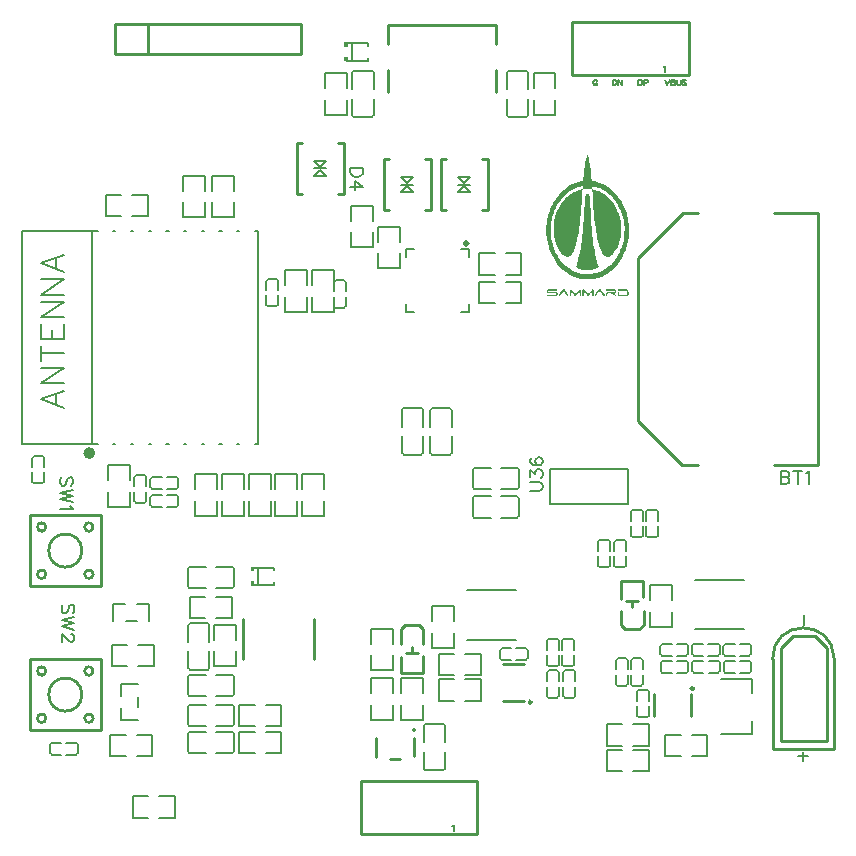
<source format=gto>
G04 Layer: TopSilkscreenLayer*
G04 EasyEDA v6.5.51, 2025-09-17 03:24:35*
G04 4f8a5b0b326d43f2b3a6dc604e954ae0,d57bd40a603b42be9e37e0d49851eb9c,10*
G04 Gerber Generator version 0.2*
G04 Scale: 100 percent, Rotated: No, Reflected: No *
G04 Dimensions in millimeters *
G04 leading zeros omitted , absolute positions ,4 integer and 5 decimal *
%FSLAX45Y45*%
%MOMM*%

%ADD10C,0.2032*%
%ADD11C,0.1524*%
%ADD12C,0.2540*%
%ADD13C,0.1520*%
%ADD14C,0.1270*%
%ADD15C,0.2000*%
%ADD16C,0.0144*%
%ADD17C,0.3000*%
%ADD18C,0.5000*%

%LPD*%
G36*
X4852111Y-1167028D02*
G01*
X4850688Y-1169771D01*
X4848047Y-1176375D01*
X4844897Y-1185926D01*
X4838496Y-1209954D01*
X4833975Y-1233068D01*
X4830216Y-1255268D01*
X4823815Y-1303020D01*
X4819853Y-1340256D01*
X4815890Y-1387043D01*
X4815230Y-1390802D01*
X4802530Y-1392732D01*
X4790490Y-1395171D01*
X4777943Y-1398219D01*
X4769916Y-1400505D01*
X4754981Y-1405331D01*
X4744313Y-1409344D01*
X4729784Y-1415440D01*
X4719218Y-1420469D01*
X4705654Y-1427734D01*
X4692142Y-1435811D01*
X4684064Y-1440942D01*
X4669536Y-1451152D01*
X4651451Y-1465529D01*
X4640427Y-1475435D01*
X4628540Y-1486916D01*
X4610303Y-1506677D01*
X4596739Y-1523339D01*
X4583328Y-1541729D01*
X4574641Y-1555140D01*
X4563465Y-1573733D01*
X4557115Y-1585671D01*
X4546244Y-1607870D01*
X4535982Y-1632559D01*
X4531817Y-1643989D01*
X4527600Y-1656588D01*
X4524654Y-1666189D01*
X4519320Y-1685391D01*
X4516221Y-1698040D01*
X4511751Y-1721104D01*
X4509668Y-1734159D01*
X4506874Y-1756562D01*
X4505604Y-1771853D01*
X4504486Y-1789836D01*
X4504486Y-1808480D01*
X4541824Y-1808480D01*
X4542282Y-1784451D01*
X4544314Y-1759254D01*
X4546803Y-1740204D01*
X4549444Y-1724406D01*
X4555693Y-1696212D01*
X4561230Y-1677009D01*
X4566869Y-1660194D01*
X4570577Y-1649984D01*
X4578908Y-1630172D01*
X4585411Y-1616405D01*
X4597603Y-1593545D01*
X4605782Y-1580337D01*
X4615434Y-1565960D01*
X4626457Y-1550924D01*
X4645964Y-1528114D01*
X4662982Y-1511300D01*
X4672533Y-1502765D01*
X4690110Y-1488694D01*
X4706620Y-1477314D01*
X4725263Y-1466291D01*
X4735779Y-1460855D01*
X4742789Y-1457604D01*
X4756302Y-1451965D01*
X4771440Y-1446326D01*
X4785715Y-1442059D01*
X4807559Y-1437132D01*
X4812487Y-1436420D01*
X4811826Y-1445869D01*
X4811217Y-1461516D01*
X4810201Y-1462989D01*
X4807610Y-1462989D01*
X4793742Y-1465986D01*
X4783734Y-1468424D01*
X4772914Y-1471472D01*
X4762398Y-1475181D01*
X4752340Y-1479143D01*
X4744313Y-1482648D01*
X4731258Y-1489100D01*
X4711700Y-1500784D01*
X4700168Y-1508861D01*
X4686604Y-1519580D01*
X4675530Y-1529537D01*
X4666030Y-1538935D01*
X4661509Y-1543710D01*
X4640884Y-1568348D01*
X4636820Y-1573733D01*
X4627168Y-1587804D01*
X4618736Y-1601368D01*
X4608677Y-1619402D01*
X4602429Y-1632000D01*
X4595977Y-1645767D01*
X4589068Y-1662582D01*
X4585055Y-1673402D01*
X4579467Y-1690217D01*
X4575505Y-1705203D01*
X4573371Y-1718106D01*
X4571441Y-1731619D01*
X4569409Y-1749043D01*
X4568393Y-1761032D01*
X4567377Y-1776679D01*
X4566970Y-1800047D01*
X4567834Y-1827072D01*
X4568901Y-1839671D01*
X4570323Y-1852015D01*
X4572914Y-1869084D01*
X4574895Y-1879295D01*
X4578350Y-1894179D01*
X4580839Y-1903323D01*
X4583836Y-1912924D01*
X4587036Y-1922170D01*
X4594656Y-1941118D01*
X4601514Y-1955292D01*
X4608728Y-1968144D01*
X4614113Y-1976577D01*
X4622495Y-1988566D01*
X4631893Y-2000046D01*
X4637887Y-2006600D01*
X4649470Y-2017471D01*
X4661509Y-2027174D01*
X4667504Y-2030628D01*
X4675682Y-2033270D01*
X4686096Y-2033270D01*
X4692599Y-2031593D01*
X4697628Y-2029561D01*
X4704740Y-2025497D01*
X4713224Y-2018334D01*
X4722063Y-2007768D01*
X4729226Y-1996389D01*
X4736033Y-1982876D01*
X4744720Y-1961235D01*
X4752695Y-1936953D01*
X4758740Y-1915312D01*
X4761738Y-1903323D01*
X4767173Y-1878838D01*
X4772253Y-1853488D01*
X4777181Y-1825904D01*
X4782769Y-1790446D01*
X4787747Y-1753819D01*
X4792268Y-1716786D01*
X4796739Y-1674012D01*
X4801819Y-1617573D01*
X4804816Y-1578559D01*
X4807305Y-1540713D01*
X4809845Y-1495704D01*
X4810760Y-1474724D01*
X4811471Y-1462989D01*
X4893513Y-1462989D01*
X4895646Y-1507439D01*
X4898694Y-1558137D01*
X4902708Y-1613357D01*
X4907178Y-1663801D01*
X4911699Y-1708200D01*
X4916779Y-1751431D01*
X4921859Y-1788668D01*
X4926888Y-1821078D01*
X4930749Y-1843278D01*
X4936337Y-1872386D01*
X4943906Y-1906320D01*
X4946954Y-1918309D01*
X4951933Y-1936343D01*
X4958080Y-1955546D01*
X4964988Y-1973529D01*
X4973015Y-1991410D01*
X4979720Y-2002942D01*
X4987747Y-2014220D01*
X4994808Y-2021078D01*
X5000955Y-2026005D01*
X5006848Y-2029409D01*
X5013909Y-2032000D01*
X5018024Y-2033270D01*
X5028946Y-2033219D01*
X5034483Y-2031593D01*
X5039461Y-2029561D01*
X5043525Y-2027123D01*
X5057749Y-2015439D01*
X5066588Y-2007209D01*
X5080508Y-1990953D01*
X5089245Y-1978964D01*
X5099812Y-1961845D01*
X5107584Y-1946757D01*
X5109667Y-1942338D01*
X5115915Y-1927352D01*
X5117947Y-1921916D01*
X5123129Y-1906422D01*
X5127040Y-1891893D01*
X5130088Y-1878685D01*
X5132578Y-1865477D01*
X5134660Y-1851406D01*
X5137200Y-1825904D01*
X5137708Y-1779676D01*
X5136591Y-1762252D01*
X5135575Y-1750263D01*
X5133136Y-1729536D01*
X5129530Y-1705813D01*
X5125516Y-1690827D01*
X5122062Y-1680006D01*
X5119573Y-1673098D01*
X5119573Y-1672488D01*
X5117439Y-1666798D01*
X5107025Y-1641602D01*
X5101539Y-1629968D01*
X5095290Y-1617573D01*
X5089296Y-1606753D01*
X5077155Y-1586992D01*
X5067147Y-1572564D01*
X5062626Y-1566570D01*
X5044998Y-1545437D01*
X5036972Y-1536954D01*
X5025847Y-1526336D01*
X5013147Y-1515414D01*
X5005832Y-1509826D01*
X4990439Y-1499006D01*
X4976723Y-1490827D01*
X4962194Y-1483461D01*
X4954879Y-1480159D01*
X4945634Y-1476349D01*
X4935575Y-1472742D01*
X4928057Y-1470355D01*
X4911750Y-1466088D01*
X4901946Y-1464106D01*
X4897729Y-1462989D01*
X4894783Y-1462989D01*
X4893767Y-1461516D01*
X4892548Y-1435862D01*
X4899456Y-1436674D01*
X4911496Y-1439113D01*
X4914392Y-1440180D01*
X4916932Y-1440180D01*
X4920030Y-1441297D01*
X4933086Y-1444904D01*
X4944618Y-1448765D01*
X4960772Y-1455115D01*
X4974742Y-1461668D01*
X4983784Y-1466291D01*
X5002377Y-1477314D01*
X5018887Y-1488694D01*
X5036464Y-1502765D01*
X5047538Y-1512722D01*
X5057038Y-1522018D01*
X5069586Y-1535531D01*
X5086197Y-1555750D01*
X5095240Y-1568348D01*
X5103266Y-1580337D01*
X5111394Y-1593545D01*
X5123586Y-1616405D01*
X5130088Y-1630172D01*
X5138420Y-1649984D01*
X5144668Y-1667408D01*
X5147767Y-1677009D01*
X5153304Y-1696212D01*
X5159552Y-1724406D01*
X5162194Y-1740204D01*
X5164683Y-1759254D01*
X5166715Y-1784451D01*
X5167172Y-1809089D01*
X5166258Y-1836064D01*
X5165242Y-1848713D01*
X5163312Y-1866087D01*
X5161737Y-1876298D01*
X5158232Y-1896110D01*
X5154320Y-1913534D01*
X5150256Y-1928520D01*
X5147056Y-1938731D01*
X5146548Y-1941474D01*
X5145633Y-1942084D01*
X5145633Y-1943862D01*
X5141620Y-1954631D01*
X5141620Y-1955190D01*
X5139029Y-1962150D01*
X5131104Y-1981352D01*
X5126990Y-1990343D01*
X5120030Y-2004415D01*
X5107381Y-2026970D01*
X5106720Y-2027580D01*
X5104282Y-2031796D01*
X5094274Y-2046782D01*
X5085537Y-2058873D01*
X5073142Y-2074265D01*
X5058054Y-2090674D01*
X5048504Y-2100122D01*
X5034635Y-2112568D01*
X5021224Y-2123287D01*
X5008372Y-2132380D01*
X4999329Y-2138324D01*
X4985867Y-2146249D01*
X4979466Y-2149754D01*
X4979009Y-2149754D01*
X4973726Y-2152650D01*
X4960162Y-2158796D01*
X4944110Y-2165146D01*
X4937099Y-2167636D01*
X4919522Y-2172614D01*
X4909972Y-2174900D01*
X4889398Y-2178507D01*
X4877866Y-2179726D01*
X4862271Y-2180945D01*
X4846726Y-2180945D01*
X4831181Y-2179726D01*
X4819599Y-2178507D01*
X4802022Y-2175510D01*
X4789525Y-2172614D01*
X4771948Y-2167636D01*
X4764887Y-2165146D01*
X4748834Y-2158796D01*
X4740808Y-2155291D01*
X4729988Y-2149754D01*
X4729530Y-2149754D01*
X4723130Y-2146249D01*
X4709668Y-2138324D01*
X4698136Y-2130704D01*
X4687773Y-2123287D01*
X4674362Y-2112568D01*
X4660493Y-2100122D01*
X4649216Y-2088794D01*
X4635855Y-2074265D01*
X4623511Y-2058873D01*
X4614722Y-2046782D01*
X4606645Y-2034793D01*
X4599940Y-2024075D01*
X4587646Y-2001774D01*
X4582058Y-1990343D01*
X4577943Y-1981352D01*
X4567377Y-1955190D01*
X4567377Y-1954631D01*
X4563364Y-1943862D01*
X4563364Y-1942084D01*
X4562449Y-1941474D01*
X4561941Y-1938731D01*
X4558792Y-1928520D01*
X4554270Y-1911553D01*
X4550257Y-1893112D01*
X4547666Y-1879295D01*
X4545736Y-1866087D01*
X4543755Y-1848713D01*
X4542790Y-1836064D01*
X4541824Y-1808480D01*
X4504486Y-1808480D01*
X4504486Y-1824075D01*
X4505553Y-1842109D01*
X4507585Y-1863699D01*
X4508601Y-1872081D01*
X4511548Y-1891334D01*
X4514646Y-1907793D01*
X4517745Y-1921916D01*
X4523638Y-1944217D01*
X4529785Y-1963928D01*
X4535830Y-1980742D01*
X4545787Y-2004771D01*
X4551172Y-2016150D01*
X4557471Y-2028799D01*
X4567834Y-2047493D01*
X4576673Y-2061768D01*
X4585106Y-2074367D01*
X4597755Y-2091791D01*
X4615789Y-2113432D01*
X4630420Y-2128723D01*
X4644440Y-2141982D01*
X4660239Y-2155444D01*
X4671009Y-2163622D01*
X4684064Y-2172766D01*
X4692142Y-2177948D01*
X4705146Y-2185619D01*
X4714036Y-2190546D01*
X4714443Y-2190546D01*
X4719726Y-2193442D01*
X4727752Y-2197303D01*
X4741316Y-2203145D01*
X4751832Y-2207260D01*
X4761890Y-2210866D01*
X4778451Y-2215692D01*
X4785969Y-2217572D01*
X4797552Y-2220010D01*
X4807813Y-2221839D01*
X4820107Y-2223516D01*
X4836160Y-2225090D01*
X4872837Y-2225090D01*
X4888890Y-2223516D01*
X4901184Y-2221839D01*
X4917998Y-2218690D01*
X4934051Y-2214626D01*
X4947107Y-2210866D01*
X4966716Y-2203704D01*
X4968697Y-2202637D01*
X4973218Y-2200859D01*
X4981244Y-2197303D01*
X4994605Y-2190546D01*
X4994960Y-2190546D01*
X5003850Y-2185619D01*
X5016906Y-2177948D01*
X5034940Y-2165756D01*
X5048758Y-2155444D01*
X5064607Y-2141982D01*
X5078577Y-2128723D01*
X5093208Y-2113432D01*
X5111292Y-2091791D01*
X5125974Y-2071420D01*
X5132374Y-2061768D01*
X5141214Y-2047493D01*
X5151577Y-2028799D01*
X5157876Y-2016150D01*
X5164226Y-2002383D01*
X5171694Y-1984349D01*
X5175758Y-1973732D01*
X5175758Y-1973224D01*
X5178552Y-1965756D01*
X5185410Y-1944217D01*
X5190845Y-1923745D01*
X5193893Y-1910080D01*
X5196332Y-1897938D01*
X5200446Y-1872081D01*
X5202377Y-1854098D01*
X5203444Y-1842109D01*
X5204510Y-1824075D01*
X5204510Y-1789836D01*
X5203444Y-1771853D01*
X5202123Y-1756562D01*
X5199888Y-1737918D01*
X5197754Y-1723847D01*
X5192776Y-1698040D01*
X5190236Y-1687830D01*
X5184394Y-1666189D01*
X5177180Y-1643989D01*
X5173014Y-1632610D01*
X5162245Y-1606753D01*
X5155590Y-1592986D01*
X5144516Y-1571955D01*
X5134406Y-1555140D01*
X5129377Y-1547317D01*
X5128818Y-1546758D01*
X5123230Y-1538325D01*
X5112258Y-1523339D01*
X5098745Y-1506677D01*
X5087162Y-1493926D01*
X5080457Y-1486916D01*
X5068620Y-1475435D01*
X5057546Y-1465529D01*
X5039461Y-1451152D01*
X5028438Y-1443329D01*
X5020919Y-1438351D01*
X5001107Y-1426514D01*
X4989779Y-1420469D01*
X4979263Y-1415440D01*
X4968189Y-1410716D01*
X4952390Y-1404772D01*
X4943348Y-1401775D01*
X4933188Y-1398828D01*
X4916474Y-1394663D01*
X4904435Y-1392275D01*
X4889652Y-1390294D01*
X4889144Y-1389278D01*
X4886604Y-1357934D01*
X4884674Y-1336802D01*
X4880152Y-1295196D01*
X4875631Y-1261770D01*
X4872990Y-1244803D01*
X4869078Y-1223162D01*
X4863134Y-1196746D01*
X4858004Y-1179372D01*
X4853025Y-1167028D01*
G37*
G36*
X4851247Y-1499717D02*
G01*
X4847742Y-1500581D01*
X4841951Y-1503781D01*
X4836668Y-1510182D01*
X4833975Y-1516735D01*
X4832553Y-1522120D01*
X4831435Y-1530553D01*
X4830927Y-1546758D01*
X4828895Y-1589938D01*
X4825898Y-1646072D01*
X4823917Y-1678787D01*
X4821326Y-1716633D01*
X4817872Y-1762556D01*
X4812842Y-1819859D01*
X4808880Y-1858873D01*
X4804359Y-1898040D01*
X4799279Y-1936191D01*
X4795316Y-1962759D01*
X4790744Y-1989785D01*
X4783785Y-2025802D01*
X4776825Y-2055774D01*
X4772152Y-2072589D01*
X4766970Y-2088235D01*
X4764074Y-2096007D01*
X4761280Y-2102612D01*
X4755134Y-2114753D01*
X4755134Y-2120138D01*
X4757674Y-2123236D01*
X4771745Y-2129942D01*
X4785004Y-2135174D01*
X4796028Y-2138832D01*
X4804562Y-2141220D01*
X4816094Y-2143658D01*
X4825644Y-2145233D01*
X4879340Y-2145233D01*
X4894935Y-2142490D01*
X4903927Y-2140204D01*
X4912969Y-2137613D01*
X4930038Y-2131212D01*
X4947310Y-2123236D01*
X4949901Y-2120138D01*
X4949901Y-2114854D01*
X4947005Y-2109825D01*
X4944364Y-2104440D01*
X4939436Y-2092401D01*
X4936998Y-2085797D01*
X4932222Y-2070862D01*
X4926736Y-2050084D01*
X4922266Y-2031187D01*
X4917694Y-2008987D01*
X4912664Y-1981657D01*
X4908194Y-1953717D01*
X4903673Y-1922525D01*
X4899202Y-1886813D01*
X4894681Y-1845970D01*
X4890160Y-1799488D01*
X4885588Y-1744980D01*
X4881067Y-1680616D01*
X4879086Y-1647901D01*
X4876139Y-1592986D01*
X4873142Y-1526946D01*
X4872228Y-1521510D01*
X4870450Y-1515516D01*
X4867402Y-1509014D01*
X4863033Y-1503883D01*
X4856784Y-1500327D01*
G37*
G36*
X4649470Y-2305253D02*
G01*
X4646422Y-2306218D01*
X4642662Y-2308352D01*
X4638141Y-2314498D01*
X4614011Y-2353564D01*
X4611979Y-2356561D01*
X4610963Y-2359558D01*
X4611522Y-2363622D01*
X4614265Y-2367026D01*
X4618888Y-2367026D01*
X4621936Y-2363165D01*
X4641900Y-2331313D01*
X4642459Y-2330704D01*
X4645660Y-2325319D01*
X4650740Y-2319020D01*
X4652365Y-2319020D01*
X4655667Y-2322017D01*
X4682439Y-2364740D01*
X4684522Y-2367026D01*
X4689144Y-2367026D01*
X4691735Y-2363724D01*
X4692396Y-2361488D01*
X4691735Y-2357374D01*
X4669586Y-2321712D01*
X4668977Y-2321102D01*
X4663541Y-2312111D01*
X4660646Y-2308301D01*
X4656074Y-2305710D01*
G37*
G36*
X4955641Y-2305304D02*
G01*
X4953152Y-2305862D01*
X4949850Y-2307691D01*
X4946243Y-2311501D01*
X4917744Y-2357323D01*
X4917135Y-2360980D01*
X4917744Y-2363876D01*
X4920386Y-2367026D01*
X4925110Y-2367026D01*
X4927650Y-2363724D01*
X4953965Y-2322017D01*
X4957267Y-2319020D01*
X4958892Y-2319020D01*
X4963160Y-2324150D01*
X4967173Y-2330704D01*
X4967732Y-2331313D01*
X4970170Y-2335530D01*
X4970780Y-2336139D01*
X4973167Y-2340356D01*
X4973777Y-2340914D01*
X4976164Y-2345131D01*
X4976774Y-2345740D01*
X4979212Y-2349957D01*
X4979822Y-2350516D01*
X4988610Y-2364943D01*
X4990490Y-2367026D01*
X4995367Y-2367026D01*
X4998262Y-2363470D01*
X4998262Y-2358186D01*
X4968849Y-2310942D01*
X4966614Y-2308352D01*
X4962347Y-2305761D01*
G37*
G36*
X4593590Y-2308199D02*
G01*
X4517948Y-2308301D01*
X4513580Y-2310790D01*
X4509516Y-2315718D01*
X4507128Y-2322068D01*
X4507128Y-2329942D01*
X4510176Y-2337562D01*
X4514342Y-2341829D01*
X4519726Y-2344216D01*
X4586020Y-2344216D01*
X4587951Y-2345486D01*
X4589475Y-2349042D01*
X4587951Y-2352598D01*
X4586020Y-2353818D01*
X4514291Y-2353818D01*
X4511548Y-2356459D01*
X4510176Y-2360320D01*
X4511294Y-2364333D01*
X4513630Y-2367026D01*
X4588916Y-2367026D01*
X4593742Y-2363927D01*
X4597450Y-2359609D01*
X4599686Y-2354122D01*
X4599686Y-2343912D01*
X4597857Y-2339746D01*
X4594961Y-2335276D01*
X4591202Y-2332532D01*
X4587697Y-2331059D01*
X4521098Y-2331008D01*
X4518202Y-2328570D01*
X4518202Y-2324049D01*
X4520488Y-2321407D01*
X4592015Y-2321407D01*
X4594809Y-2319680D01*
X4596485Y-2316683D01*
X4596485Y-2311958D01*
G37*
G36*
X4716729Y-2308199D02*
G01*
X4709668Y-2308301D01*
X4706416Y-2310739D01*
X4703673Y-2316327D01*
X4703673Y-2363368D01*
X4706620Y-2367026D01*
X4711192Y-2367026D01*
X4712766Y-2365552D01*
X4714443Y-2362555D01*
X4714443Y-2328926D01*
X4715052Y-2326233D01*
X4715814Y-2326233D01*
X4740198Y-2359558D01*
X4744821Y-2365298D01*
X4747717Y-2367026D01*
X4755134Y-2367026D01*
X4758944Y-2364181D01*
X4784801Y-2328926D01*
X4787290Y-2326233D01*
X4788255Y-2326894D01*
X4788255Y-2363216D01*
X4791100Y-2367026D01*
X4796180Y-2367026D01*
X4799279Y-2362555D01*
X4799279Y-2318613D01*
X4797755Y-2313330D01*
X4796028Y-2310892D01*
X4792878Y-2308199D01*
X4786071Y-2308199D01*
X4781956Y-2311095D01*
X4755388Y-2347366D01*
X4754575Y-2349042D01*
X4751628Y-2350871D01*
X4749190Y-2350160D01*
X4721656Y-2312720D01*
G37*
G36*
X4823460Y-2308199D02*
G01*
X4816602Y-2308352D01*
X4814366Y-2309825D01*
X4812385Y-2311958D01*
X4810353Y-2317191D01*
X4810353Y-2362809D01*
X4813452Y-2367026D01*
X4818176Y-2367026D01*
X4821123Y-2363368D01*
X4821631Y-2326538D01*
X4822850Y-2326538D01*
X4846218Y-2358339D01*
X4851654Y-2365248D01*
X4854651Y-2367026D01*
X4862068Y-2367026D01*
X4866030Y-2363927D01*
X4893767Y-2326233D01*
X4894681Y-2326233D01*
X4894681Y-2360879D01*
X4896104Y-2364943D01*
X4898186Y-2367026D01*
X4903012Y-2367026D01*
X4905959Y-2363368D01*
X4905959Y-2316937D01*
X4904181Y-2312517D01*
X4900015Y-2308199D01*
X4892852Y-2308199D01*
X4888382Y-2311654D01*
X4861306Y-2348890D01*
X4858562Y-2350871D01*
X4856073Y-2350109D01*
X4827879Y-2311857D01*
G37*
G36*
X5012893Y-2308199D02*
G01*
X5009997Y-2310942D01*
X5009591Y-2316327D01*
X5010912Y-2319324D01*
X5014366Y-2321407D01*
X5085232Y-2321407D01*
X5087416Y-2324201D01*
X5087416Y-2327706D01*
X5086146Y-2329637D01*
X5083962Y-2331008D01*
X5020208Y-2331008D01*
X5014874Y-2333853D01*
X5012232Y-2337358D01*
X5009896Y-2342134D01*
X5009489Y-2361082D01*
X5010099Y-2363876D01*
X5012791Y-2367026D01*
X5017465Y-2367026D01*
X5020411Y-2363368D01*
X5021021Y-2346350D01*
X5021173Y-2346045D01*
X5024120Y-2344216D01*
X5051044Y-2344216D01*
X5058664Y-2345994D01*
X5066538Y-2349144D01*
X5074564Y-2353970D01*
X5081168Y-2358745D01*
X5090820Y-2367026D01*
X5094935Y-2367026D01*
X5097068Y-2364943D01*
X5098491Y-2361692D01*
X5098491Y-2358593D01*
X5093716Y-2352903D01*
X5084419Y-2345232D01*
X5084419Y-2344369D01*
X5089194Y-2342845D01*
X5093208Y-2339543D01*
X5095798Y-2336139D01*
X5097373Y-2332532D01*
X5098491Y-2328468D01*
X5098491Y-2323287D01*
X5096408Y-2316734D01*
X5092547Y-2311450D01*
X5087010Y-2308199D01*
G37*
G36*
X5112461Y-2308199D02*
G01*
X5109514Y-2311704D01*
X5109514Y-2316683D01*
X5111191Y-2319680D01*
X5113985Y-2321407D01*
X5182362Y-2321407D01*
X5186172Y-2323744D01*
X5189321Y-2328062D01*
X5190845Y-2332380D01*
X5190845Y-2343048D01*
X5188712Y-2348433D01*
X5185257Y-2352040D01*
X5181650Y-2353818D01*
X5120538Y-2353818D01*
X5120538Y-2335123D01*
X5117134Y-2331008D01*
X5112613Y-2331008D01*
X5109514Y-2334717D01*
X5109514Y-2363368D01*
X5112613Y-2367026D01*
X5185613Y-2367026D01*
X5190947Y-2363978D01*
X5195976Y-2358339D01*
X5198668Y-2353564D01*
X5200751Y-2346960D01*
X5202021Y-2341270D01*
X5201513Y-2330704D01*
X5199786Y-2324709D01*
X5198364Y-2320950D01*
X5194452Y-2314702D01*
X5188864Y-2309723D01*
X5184800Y-2308199D01*
G37*
D10*
X4936291Y-545109D02*
G01*
X4934018Y-540562D01*
X4929471Y-536018D01*
X4924927Y-533745D01*
X4915837Y-533745D01*
X4911290Y-536018D01*
X4906746Y-540562D01*
X4904473Y-545109D01*
X4902200Y-551926D01*
X4902200Y-563290D01*
X4904473Y-570108D01*
X4906746Y-574654D01*
X4911290Y-579201D01*
X4915837Y-581472D01*
X4924927Y-581472D01*
X4929471Y-579201D01*
X4934018Y-574654D01*
X4936291Y-570108D01*
X4936291Y-563290D01*
X4924927Y-563290D02*
G01*
X4936291Y-563290D01*
X5511800Y-533654D02*
G01*
X5530088Y-581405D01*
X5548122Y-533654D02*
G01*
X5530088Y-581405D01*
X5563108Y-533654D02*
G01*
X5563108Y-581405D01*
X5563108Y-533654D02*
G01*
X5583681Y-533654D01*
X5590540Y-535939D01*
X5592825Y-538226D01*
X5594858Y-542797D01*
X5594858Y-547370D01*
X5592825Y-551942D01*
X5590540Y-554228D01*
X5583681Y-556513D01*
X5563108Y-556513D02*
G01*
X5583681Y-556513D01*
X5590540Y-558800D01*
X5592825Y-561086D01*
X5594858Y-565657D01*
X5594858Y-572262D01*
X5592825Y-576834D01*
X5590540Y-579120D01*
X5583681Y-581405D01*
X5563108Y-581405D01*
X5610097Y-533654D02*
G01*
X5610097Y-567944D01*
X5612129Y-574547D01*
X5616702Y-579120D01*
X5623559Y-581405D01*
X5628131Y-581405D01*
X5634990Y-579120D01*
X5639561Y-574547D01*
X5641847Y-567944D01*
X5641847Y-533654D01*
X5688584Y-540512D02*
G01*
X5684011Y-535939D01*
X5677154Y-533654D01*
X5668263Y-533654D01*
X5661406Y-535939D01*
X5656834Y-540512D01*
X5656834Y-545084D01*
X5659120Y-549655D01*
X5661406Y-551942D01*
X5665977Y-554228D01*
X5679440Y-558800D01*
X5684011Y-561086D01*
X5686297Y-563371D01*
X5688584Y-567944D01*
X5688584Y-574547D01*
X5684011Y-579120D01*
X5677154Y-581405D01*
X5668263Y-581405D01*
X5661406Y-579120D01*
X5656834Y-574547D01*
X5067300Y-533654D02*
G01*
X5067300Y-581405D01*
X5067300Y-533654D02*
G01*
X5083302Y-533654D01*
X5089906Y-535939D01*
X5094477Y-540512D01*
X5096763Y-545084D01*
X5099050Y-551942D01*
X5099050Y-563371D01*
X5096763Y-570229D01*
X5094477Y-574547D01*
X5089906Y-579120D01*
X5083302Y-581405D01*
X5067300Y-581405D01*
X5114036Y-533654D02*
G01*
X5114036Y-581405D01*
X5114036Y-533654D02*
G01*
X5146040Y-581405D01*
X5146040Y-533654D02*
G01*
X5146040Y-581405D01*
X5283200Y-533654D02*
G01*
X5283200Y-581405D01*
X5283200Y-533654D02*
G01*
X5299202Y-533654D01*
X5305806Y-535939D01*
X5310377Y-540512D01*
X5312663Y-545084D01*
X5314950Y-551942D01*
X5314950Y-563371D01*
X5312663Y-570229D01*
X5310377Y-574547D01*
X5305806Y-579120D01*
X5299202Y-581405D01*
X5283200Y-581405D01*
X5329936Y-533654D02*
G01*
X5329936Y-581405D01*
X5329936Y-533654D02*
G01*
X5350509Y-533654D01*
X5357368Y-535939D01*
X5359654Y-538226D01*
X5361940Y-542797D01*
X5361940Y-549655D01*
X5359654Y-554228D01*
X5357368Y-556513D01*
X5350509Y-558800D01*
X5329936Y-558800D01*
D11*
X6489700Y-3847084D02*
G01*
X6489700Y-3956050D01*
X6489700Y-3847084D02*
G01*
X6536436Y-3847084D01*
X6551929Y-3852163D01*
X6557263Y-3857497D01*
X6562343Y-3867912D01*
X6562343Y-3878326D01*
X6557263Y-3888739D01*
X6551929Y-3893820D01*
X6536436Y-3898900D01*
X6489700Y-3898900D02*
G01*
X6536436Y-3898900D01*
X6551929Y-3904234D01*
X6557263Y-3909313D01*
X6562343Y-3919728D01*
X6562343Y-3935476D01*
X6557263Y-3945889D01*
X6551929Y-3950970D01*
X6536436Y-3956050D01*
X6489700Y-3956050D01*
X6633209Y-3847084D02*
G01*
X6633209Y-3956050D01*
X6596634Y-3847084D02*
G01*
X6669531Y-3847084D01*
X6703822Y-3867912D02*
G01*
X6714236Y-3862578D01*
X6729729Y-3847084D01*
X6729729Y-3956050D01*
D10*
X6688581Y-5067287D02*
G01*
X6688581Y-5149075D01*
X6716775Y-6263881D02*
G01*
X6634734Y-6263881D01*
X6675881Y-6222987D02*
G01*
X6675881Y-6304775D01*
D11*
X3708400Y-6854697D02*
G01*
X3712972Y-6852412D01*
X3719829Y-6845554D01*
X3719829Y-6894068D01*
X5499100Y-428497D02*
G01*
X5503672Y-426212D01*
X5510529Y-419354D01*
X5510529Y-467868D01*
D10*
X226872Y-3240725D02*
G01*
X420674Y-3314639D01*
X226872Y-3240725D02*
G01*
X420674Y-3166811D01*
X356158Y-3286953D02*
G01*
X356158Y-3194497D01*
X226872Y-3105851D02*
G01*
X420674Y-3105851D01*
X226872Y-3105851D02*
G01*
X420674Y-2976565D01*
X226872Y-2976565D02*
G01*
X420674Y-2976565D01*
X226872Y-2851089D02*
G01*
X420674Y-2851089D01*
X226872Y-2915605D02*
G01*
X226872Y-2786319D01*
X226872Y-2725359D02*
G01*
X420674Y-2725359D01*
X226872Y-2725359D02*
G01*
X226872Y-2605217D01*
X319074Y-2725359D02*
G01*
X319074Y-2651445D01*
X420674Y-2725359D02*
G01*
X420674Y-2605217D01*
X226872Y-2544257D02*
G01*
X420674Y-2544257D01*
X226872Y-2544257D02*
G01*
X420674Y-2414971D01*
X226872Y-2414971D02*
G01*
X420674Y-2414971D01*
X226872Y-2354011D02*
G01*
X420674Y-2354011D01*
X226872Y-2354011D02*
G01*
X420674Y-2224725D01*
X226872Y-2224725D02*
G01*
X420674Y-2224725D01*
X226872Y-2089851D02*
G01*
X420674Y-2163765D01*
X226872Y-2089851D02*
G01*
X420674Y-2015937D01*
X356158Y-2136079D02*
G01*
X356158Y-2043877D01*
D11*
X2953791Y-1282700D02*
G01*
X2844825Y-1282700D01*
X2953791Y-1282700D02*
G01*
X2953791Y-1319021D01*
X2948711Y-1334770D01*
X2938297Y-1344929D01*
X2927883Y-1350263D01*
X2912135Y-1355344D01*
X2886227Y-1355344D01*
X2870733Y-1350263D01*
X2860319Y-1344929D01*
X2849905Y-1334770D01*
X2844825Y-1319021D01*
X2844825Y-1282700D01*
X2953791Y-1441704D02*
G01*
X2881147Y-1389634D01*
X2881147Y-1467612D01*
X2953791Y-1441704D02*
G01*
X2844825Y-1441704D01*
X4367784Y-4013200D02*
G01*
X4445761Y-4013200D01*
X4461256Y-4008120D01*
X4471670Y-3997705D01*
X4476750Y-3981957D01*
X4476750Y-3971544D01*
X4471670Y-3956050D01*
X4461256Y-3945636D01*
X4445761Y-3940555D01*
X4367784Y-3940555D01*
X4367784Y-3895852D02*
G01*
X4367784Y-3838702D01*
X4409440Y-3869689D01*
X4409440Y-3854195D01*
X4414520Y-3843781D01*
X4419600Y-3838702D01*
X4435347Y-3833368D01*
X4445761Y-3833368D01*
X4461256Y-3838702D01*
X4471670Y-3849115D01*
X4476750Y-3864610D01*
X4476750Y-3880104D01*
X4471670Y-3895852D01*
X4466590Y-3900931D01*
X4456175Y-3906265D01*
X4383277Y-3736847D02*
G01*
X4372863Y-3741928D01*
X4367784Y-3757676D01*
X4367784Y-3768089D01*
X4372863Y-3783584D01*
X4388611Y-3793997D01*
X4414520Y-3799078D01*
X4440427Y-3799078D01*
X4461256Y-3793997D01*
X4471670Y-3783584D01*
X4476750Y-3768089D01*
X4476750Y-3762755D01*
X4471670Y-3747262D01*
X4461256Y-3736847D01*
X4445761Y-3731513D01*
X4440427Y-3731513D01*
X4424934Y-3736847D01*
X4414520Y-3747262D01*
X4409440Y-3762755D01*
X4409440Y-3768089D01*
X4414520Y-3783584D01*
X4424934Y-3793997D01*
X4440427Y-3799078D01*
X480821Y-3971544D02*
G01*
X491236Y-3961129D01*
X496315Y-3945636D01*
X496315Y-3924807D01*
X491236Y-3909313D01*
X480821Y-3898900D01*
X470407Y-3898900D01*
X459994Y-3903979D01*
X454660Y-3909313D01*
X449579Y-3919728D01*
X439165Y-3950970D01*
X434086Y-3961129D01*
X428752Y-3966463D01*
X418337Y-3971544D01*
X402844Y-3971544D01*
X392429Y-3961129D01*
X387350Y-3945636D01*
X387350Y-3924807D01*
X392429Y-3909313D01*
X402844Y-3898900D01*
X496315Y-4005834D02*
G01*
X387350Y-4031995D01*
X496315Y-4057904D02*
G01*
X387350Y-4031995D01*
X496315Y-4057904D02*
G01*
X387350Y-4083812D01*
X496315Y-4109720D02*
G01*
X387350Y-4083812D01*
X475487Y-4144010D02*
G01*
X480821Y-4154423D01*
X496315Y-4170171D01*
X387350Y-4170171D01*
X493521Y-5051044D02*
G01*
X503936Y-5040629D01*
X509015Y-5025136D01*
X509015Y-5004307D01*
X503936Y-4988813D01*
X493521Y-4978400D01*
X483107Y-4978400D01*
X472694Y-4983479D01*
X467360Y-4988813D01*
X462279Y-4999228D01*
X451865Y-5030470D01*
X446786Y-5040629D01*
X441452Y-5045963D01*
X431037Y-5051044D01*
X415544Y-5051044D01*
X405129Y-5040629D01*
X400050Y-5025136D01*
X400050Y-5004307D01*
X405129Y-4988813D01*
X415544Y-4978400D01*
X509015Y-5085334D02*
G01*
X400050Y-5111495D01*
X509015Y-5137404D02*
G01*
X400050Y-5111495D01*
X509015Y-5137404D02*
G01*
X400050Y-5163312D01*
X509015Y-5189220D02*
G01*
X400050Y-5163312D01*
X483107Y-5228844D02*
G01*
X488187Y-5228844D01*
X498602Y-5233923D01*
X503936Y-5239257D01*
X509015Y-5249671D01*
X509015Y-5270500D01*
X503936Y-5280660D01*
X498602Y-5285994D01*
X488187Y-5291073D01*
X477773Y-5291073D01*
X467360Y-5285994D01*
X451865Y-5275579D01*
X400050Y-5223510D01*
X400050Y-5296407D01*
G36*
X2000199Y-4656836D02*
G01*
X2000199Y-4692091D01*
X2030679Y-4692091D01*
X2030679Y-4656836D01*
G37*
G36*
X2000199Y-4782108D02*
G01*
X2000199Y-4817364D01*
X2030679Y-4817364D01*
X2030679Y-4782108D01*
G37*
G36*
X2793339Y-218846D02*
G01*
X2793339Y-254101D01*
X2823819Y-254101D01*
X2823819Y-218846D01*
G37*
G36*
X2793339Y-344068D02*
G01*
X2793339Y-379323D01*
X2823819Y-379323D01*
X2823819Y-344068D01*
G37*
D12*
X5785624Y-3798062D02*
G01*
X5656846Y-3798062D01*
X5278640Y-3420110D01*
X5278640Y-3380486D01*
X5278640Y-2079244D02*
G01*
X5278640Y-3379871D01*
X5278714Y-3380498D01*
X5785624Y-1662937D02*
G01*
X5658624Y-1662937D01*
X5278640Y-2042921D01*
X5278640Y-2079244D01*
X6445945Y-1663001D02*
G01*
X6431826Y-1663001D01*
X6431826Y-1663001D02*
G01*
X6808711Y-1663001D01*
X6808711Y-3797998D01*
X6808711Y-3797998D02*
G01*
X6431826Y-3797998D01*
D11*
X4169857Y-473567D02*
G01*
X4169857Y-614568D01*
X4350578Y-614568D02*
G01*
X4350578Y-473567D01*
X4335338Y-458327D02*
G01*
X4185097Y-458327D01*
X4169857Y-835807D02*
G01*
X4169857Y-694806D01*
X4350578Y-694806D02*
G01*
X4350578Y-835807D01*
X4335338Y-851047D02*
G01*
X4185097Y-851047D01*
X2861757Y-473567D02*
G01*
X2861757Y-614568D01*
X3042478Y-614568D02*
G01*
X3042478Y-473567D01*
X3027238Y-458327D02*
G01*
X2876997Y-458327D01*
X2861757Y-835807D02*
G01*
X2861757Y-694806D01*
X3042478Y-694806D02*
G01*
X3042478Y-835807D01*
X3027238Y-851047D02*
G01*
X2876997Y-851047D01*
X1482580Y-4840160D02*
G01*
X1623580Y-4840160D01*
X1623580Y-4659439D02*
G01*
X1482580Y-4659439D01*
X1467340Y-4674679D02*
G01*
X1467340Y-4824920D01*
X1844819Y-4840160D02*
G01*
X1703819Y-4840160D01*
X1703819Y-4659439D02*
G01*
X1844819Y-4659439D01*
X1860059Y-4674679D02*
G01*
X1860059Y-4824920D01*
X3465639Y-6003780D02*
G01*
X3465639Y-6144780D01*
X3646360Y-6144780D02*
G01*
X3646360Y-6003780D01*
X3631120Y-5988540D02*
G01*
X3480879Y-5988540D01*
X3465639Y-6366019D02*
G01*
X3465639Y-6225019D01*
X3646360Y-6225019D02*
G01*
X3646360Y-6366019D01*
X3631120Y-6381259D02*
G01*
X3480879Y-6381259D01*
X3703505Y-3692664D02*
G01*
X3703505Y-3551664D01*
X3522784Y-3551664D02*
G01*
X3522784Y-3692664D01*
X3538024Y-3707904D02*
G01*
X3688265Y-3707904D01*
X3703505Y-3330425D02*
G01*
X3703505Y-3471425D01*
X3522784Y-3471425D02*
G01*
X3522784Y-3330425D01*
X3538024Y-3315185D02*
G01*
X3688265Y-3315185D01*
X3462205Y-3692664D02*
G01*
X3462205Y-3551664D01*
X3281484Y-3551664D02*
G01*
X3281484Y-3692664D01*
X3296724Y-3707904D02*
G01*
X3446965Y-3707904D01*
X3462205Y-3330425D02*
G01*
X3462205Y-3471425D01*
X3281484Y-3471425D02*
G01*
X3281484Y-3330425D01*
X3296724Y-3315185D02*
G01*
X3446965Y-3315185D01*
X3895580Y-4243260D02*
G01*
X4036580Y-4243260D01*
X4036580Y-4062539D02*
G01*
X3895580Y-4062539D01*
X3880340Y-4077779D02*
G01*
X3880340Y-4228020D01*
X4257819Y-4243260D02*
G01*
X4116819Y-4243260D01*
X4116819Y-4062539D02*
G01*
X4257819Y-4062539D01*
X4273059Y-4077779D02*
G01*
X4273059Y-4228020D01*
X3895580Y-4001960D02*
G01*
X4036580Y-4001960D01*
X4036580Y-3821239D02*
G01*
X3895580Y-3821239D01*
X3880340Y-3836479D02*
G01*
X3880340Y-3986720D01*
X4257819Y-4001960D02*
G01*
X4116819Y-4001960D01*
X4116819Y-3821239D02*
G01*
X4257819Y-3821239D01*
X4273059Y-3836479D02*
G01*
X4273059Y-3986720D01*
X1482580Y-6237160D02*
G01*
X1623580Y-6237160D01*
X1623580Y-6056439D02*
G01*
X1482580Y-6056439D01*
X1467340Y-6071679D02*
G01*
X1467340Y-6221920D01*
X1844819Y-6237160D02*
G01*
X1703819Y-6237160D01*
X1703819Y-6056439D02*
G01*
X1844819Y-6056439D01*
X1860059Y-6071679D02*
G01*
X1860059Y-6221920D01*
X1482580Y-6008560D02*
G01*
X1623580Y-6008560D01*
X1623580Y-5827839D02*
G01*
X1482580Y-5827839D01*
X1467340Y-5843079D02*
G01*
X1467340Y-5993320D01*
X1844819Y-6008560D02*
G01*
X1703819Y-6008560D01*
X1703819Y-5827839D02*
G01*
X1844819Y-5827839D01*
X1860059Y-5843079D02*
G01*
X1860059Y-5993320D01*
X1482580Y-5754560D02*
G01*
X1623580Y-5754560D01*
X1623580Y-5573839D02*
G01*
X1482580Y-5573839D01*
X1467340Y-5589079D02*
G01*
X1467340Y-5739320D01*
X1844819Y-5754560D02*
G01*
X1703819Y-5754560D01*
X1703819Y-5573839D02*
G01*
X1844819Y-5573839D01*
X1860059Y-5589079D02*
G01*
X1860059Y-5739320D01*
X1652460Y-5515119D02*
G01*
X1652460Y-5374119D01*
X1471739Y-5374119D02*
G01*
X1471739Y-5515119D01*
X1486979Y-5530359D02*
G01*
X1637220Y-5530359D01*
X1652460Y-5152880D02*
G01*
X1652460Y-5293880D01*
X1471739Y-5293880D02*
G01*
X1471739Y-5152880D01*
X1486979Y-5137640D02*
G01*
X1637220Y-5137640D01*
D12*
X6940199Y-6199586D02*
G01*
X6420200Y-6199586D01*
X6420200Y-6199586D02*
G01*
X6420159Y-5438988D01*
X6940199Y-5429915D02*
G01*
X6940199Y-6199586D01*
X6883400Y-6134087D02*
G01*
X6489700Y-6134087D01*
X6489700Y-5346687D01*
X6591300Y-5245087D01*
X6781800Y-5245087D01*
X6883400Y-5346687D01*
X6883400Y-6134087D01*
D13*
X2198324Y-4809721D02*
G01*
X2198324Y-4789098D01*
X2198324Y-4664478D02*
G01*
X2198324Y-4684100D01*
D11*
X2023079Y-4664478D02*
G01*
X2198324Y-4664478D01*
X2023079Y-4809721D02*
G01*
X2198324Y-4809721D01*
X2063523Y-4664478D02*
G01*
X2063523Y-4809721D01*
D13*
X2991441Y-371708D02*
G01*
X2991441Y-351086D01*
X2991441Y-226466D02*
G01*
X2991441Y-246087D01*
D11*
X2816197Y-226466D02*
G01*
X2991441Y-226466D01*
X2816197Y-371708D02*
G01*
X2991441Y-371708D01*
X2856641Y-226466D02*
G01*
X2856641Y-371708D01*
D12*
X3962407Y-1638300D02*
G01*
X4010007Y-1638300D01*
X4010007Y-1206500D01*
X3962407Y-1206500D01*
X3657607Y-1638300D02*
G01*
X3610008Y-1638300D01*
X3610008Y-1206500D01*
X3657607Y-1206500D01*
D14*
X3860807Y-1422400D02*
G01*
X3759207Y-1422400D01*
X3759207Y-1358900D02*
G01*
X3860807Y-1358900D01*
X3810007Y-1409700D01*
X3759207Y-1358900D01*
X3860807Y-1485900D02*
G01*
X3759207Y-1485900D01*
X3810007Y-1435100D01*
X3860807Y-1485900D01*
D12*
X3479807Y-1638300D02*
G01*
X3527407Y-1638300D01*
X3527407Y-1206500D01*
X3479807Y-1206500D01*
X3175007Y-1638300D02*
G01*
X3127408Y-1638300D01*
X3127408Y-1206500D01*
X3175007Y-1206500D01*
D14*
X3378207Y-1422400D02*
G01*
X3276607Y-1422400D01*
X3276607Y-1358900D02*
G01*
X3378207Y-1358900D01*
X3327407Y-1409700D01*
X3276607Y-1358900D01*
X3378207Y-1485900D02*
G01*
X3276607Y-1485900D01*
X3327407Y-1435100D01*
X3378207Y-1485900D01*
D10*
X3830690Y-4856479D02*
G01*
X4250690Y-4856479D01*
X3830690Y-5276479D02*
G01*
X4250690Y-5276479D01*
D12*
X1130300Y-65501D02*
G01*
X1130300Y-315498D01*
X851301Y-315498D02*
G01*
X2425298Y-315498D01*
X851301Y-65501D02*
G01*
X851301Y-315498D01*
X2425298Y-65501D02*
G01*
X851301Y-65501D01*
X2425298Y-315498D02*
G01*
X2425298Y-65501D01*
D11*
X1143220Y-5114521D02*
G01*
X1143220Y-4969278D01*
X1040058Y-4969278D01*
X837979Y-5114521D02*
G01*
X837979Y-4969278D01*
X941141Y-4969278D01*
X1036139Y-5114521D02*
G01*
X945060Y-5114521D01*
X1050521Y-5651279D02*
G01*
X905278Y-5651279D01*
X905278Y-5754441D01*
X1050521Y-5956520D02*
G01*
X905278Y-5956520D01*
X905278Y-5853358D01*
X1050521Y-5758360D02*
G01*
X1050521Y-5849439D01*
X1991090Y-4098919D02*
G01*
X1991090Y-4227413D01*
X2174509Y-4227413D01*
X2174509Y-4098919D01*
X1991090Y-4003680D02*
G01*
X1991090Y-3875186D01*
X2174509Y-3875186D01*
X2174509Y-4003680D01*
X1717309Y-4003680D02*
G01*
X1717309Y-3875186D01*
X1533890Y-3875186D01*
X1533890Y-4003680D01*
X1717309Y-4098919D02*
G01*
X1717309Y-4227413D01*
X1533890Y-4227413D01*
X1533890Y-4098919D01*
X955680Y-5318490D02*
G01*
X827186Y-5318490D01*
X827186Y-5501909D01*
X955680Y-5501909D01*
X1050919Y-5318490D02*
G01*
X1179413Y-5318490D01*
X1179413Y-5501909D01*
X1050919Y-5501909D01*
X3203209Y-5730880D02*
G01*
X3203209Y-5602386D01*
X3019790Y-5602386D01*
X3019790Y-5730880D01*
X3203209Y-5826119D02*
G01*
X3203209Y-5954613D01*
X3019790Y-5954613D01*
X3019790Y-5826119D01*
X5241919Y-6390909D02*
G01*
X5370413Y-6390909D01*
X5370413Y-6207490D01*
X5241919Y-6207490D01*
X5146680Y-6390909D02*
G01*
X5018186Y-6390909D01*
X5018186Y-6207490D01*
X5146680Y-6207490D01*
X980709Y-3927480D02*
G01*
X980709Y-3798986D01*
X797290Y-3798986D01*
X797290Y-3927480D01*
X980709Y-4022719D02*
G01*
X980709Y-4151213D01*
X797290Y-4151213D01*
X797290Y-4022719D01*
X1038219Y-6263909D02*
G01*
X1166713Y-6263909D01*
X1166713Y-6080490D01*
X1038219Y-6080490D01*
X942980Y-6263909D02*
G01*
X814486Y-6263909D01*
X814486Y-6080490D01*
X942980Y-6080490D01*
X5381990Y-5038719D02*
G01*
X5381990Y-5167213D01*
X5565409Y-5167213D01*
X5565409Y-5038719D01*
X5381990Y-4943480D02*
G01*
X5381990Y-4814986D01*
X5565409Y-4814986D01*
X5565409Y-4943480D01*
X3273790Y-5826119D02*
G01*
X3273790Y-5954613D01*
X3457209Y-5954613D01*
X3457209Y-5826119D01*
X3273790Y-5730880D02*
G01*
X3273790Y-5602386D01*
X3457209Y-5602386D01*
X3457209Y-5730880D01*
X1615709Y-1476380D02*
G01*
X1615709Y-1347886D01*
X1432290Y-1347886D01*
X1432290Y-1476380D01*
X1615709Y-1571619D02*
G01*
X1615709Y-1700113D01*
X1432290Y-1700113D01*
X1432290Y-1571619D01*
X5737219Y-6263909D02*
G01*
X5865713Y-6263909D01*
X5865713Y-6080490D01*
X5737219Y-6080490D01*
X5641980Y-6263909D02*
G01*
X5513486Y-6263909D01*
X5513486Y-6080490D01*
X5641980Y-6080490D01*
X1857009Y-1476380D02*
G01*
X1857009Y-1347886D01*
X1673590Y-1347886D01*
X1673590Y-1476380D01*
X1857009Y-1571619D02*
G01*
X1857009Y-1700113D01*
X1673590Y-1700113D01*
X1673590Y-1571619D01*
X5241919Y-6175009D02*
G01*
X5370413Y-6175009D01*
X5370413Y-5991590D01*
X5241919Y-5991590D01*
X5146680Y-6175009D02*
G01*
X5018186Y-6175009D01*
X5018186Y-5991590D01*
X5146680Y-5991590D01*
X2815226Y-607067D02*
G01*
X2815226Y-478574D01*
X2631808Y-478574D01*
X2631808Y-607067D01*
X2815226Y-702307D02*
G01*
X2815226Y-830800D01*
X2631808Y-830800D01*
X2631808Y-702307D01*
X4397108Y-702307D02*
G01*
X4397108Y-830800D01*
X4580526Y-830800D01*
X4580526Y-702307D01*
X4397108Y-607067D02*
G01*
X4397108Y-478574D01*
X4580526Y-478574D01*
X4580526Y-607067D01*
X1000119Y-1691909D02*
G01*
X1128613Y-1691909D01*
X1128613Y-1508490D01*
X1000119Y-1508490D01*
X904880Y-1691909D02*
G01*
X776386Y-1691909D01*
X776386Y-1508490D01*
X904880Y-1508490D01*
X2390409Y-4003680D02*
G01*
X2390409Y-3875186D01*
X2206990Y-3875186D01*
X2206990Y-4003680D01*
X2390409Y-4098919D02*
G01*
X2390409Y-4227413D01*
X2206990Y-4227413D01*
X2206990Y-4098919D01*
X1762490Y-4098919D02*
G01*
X1762490Y-4227413D01*
X1945909Y-4227413D01*
X1945909Y-4098919D01*
X1762490Y-4003680D02*
G01*
X1762490Y-3875186D01*
X1945909Y-3875186D01*
X1945909Y-4003680D01*
X2619009Y-4003680D02*
G01*
X2619009Y-3875186D01*
X2435590Y-3875186D01*
X2435590Y-4003680D01*
X2619009Y-4098919D02*
G01*
X2619009Y-4227413D01*
X2435590Y-4227413D01*
X2435590Y-4098919D01*
X4162419Y-2187209D02*
G01*
X4290913Y-2187209D01*
X4290913Y-2003790D01*
X4162419Y-2003790D01*
X4067180Y-2187209D02*
G01*
X3938686Y-2187209D01*
X3938686Y-2003790D01*
X4067180Y-2003790D01*
X4162419Y-2428509D02*
G01*
X4290913Y-2428509D01*
X4290913Y-2245090D01*
X4162419Y-2245090D01*
X4067180Y-2428509D02*
G01*
X3938686Y-2428509D01*
X3938686Y-2245090D01*
X4067180Y-2245090D01*
X3540490Y-5216519D02*
G01*
X3540490Y-5345013D01*
X3723909Y-5345013D01*
X3723909Y-5216519D01*
X3540490Y-5121280D02*
G01*
X3540490Y-4992786D01*
X3723909Y-4992786D01*
X3723909Y-5121280D01*
X3083290Y-2003419D02*
G01*
X3083290Y-2131913D01*
X3266709Y-2131913D01*
X3266709Y-2003419D01*
X3083290Y-1908180D02*
G01*
X3083290Y-1779686D01*
X3266709Y-1779686D01*
X3266709Y-1908180D01*
X3203209Y-5311780D02*
G01*
X3203209Y-5183286D01*
X3019790Y-5183286D01*
X3019790Y-5311780D01*
X3203209Y-5407019D02*
G01*
X3203209Y-5535513D01*
X3019790Y-5535513D01*
X3019790Y-5407019D01*
X3724280Y-5610590D02*
G01*
X3595786Y-5610590D01*
X3595786Y-5794009D01*
X3724280Y-5794009D01*
X3819519Y-5610590D02*
G01*
X3948013Y-5610590D01*
X3948013Y-5794009D01*
X3819519Y-5794009D01*
X2854690Y-1825619D02*
G01*
X2854690Y-1954113D01*
X3038109Y-1954113D01*
X3038109Y-1825619D01*
X2854690Y-1730380D02*
G01*
X2854690Y-1601886D01*
X3038109Y-1601886D01*
X3038109Y-1730380D01*
X3819519Y-5578109D02*
G01*
X3948013Y-5578109D01*
X3948013Y-5394690D01*
X3819519Y-5394690D01*
X3724280Y-5578109D02*
G01*
X3595786Y-5578109D01*
X3595786Y-5394690D01*
X3724280Y-5394690D01*
X2295890Y-2371719D02*
G01*
X2295890Y-2500213D01*
X2479309Y-2500213D01*
X2479309Y-2371719D01*
X2295890Y-2276480D02*
G01*
X2295890Y-2147986D01*
X2479309Y-2147986D01*
X2479309Y-2276480D01*
X1228719Y-6784609D02*
G01*
X1357213Y-6784609D01*
X1357213Y-6601190D01*
X1228719Y-6601190D01*
X1133480Y-6784609D02*
G01*
X1004986Y-6784609D01*
X1004986Y-6601190D01*
X1133480Y-6601190D01*
X2707909Y-2276480D02*
G01*
X2707909Y-2147986D01*
X2524490Y-2147986D01*
X2524490Y-2276480D01*
X2707909Y-2371719D02*
G01*
X2707909Y-2500213D01*
X2524490Y-2500213D01*
X2524490Y-2371719D01*
X2035180Y-5826490D02*
G01*
X1906686Y-5826490D01*
X1906686Y-6009909D01*
X2035180Y-6009909D01*
X2130419Y-5826490D02*
G01*
X2258913Y-5826490D01*
X2258913Y-6009909D01*
X2130419Y-6009909D01*
X2035180Y-6055090D02*
G01*
X1906686Y-6055090D01*
X1906686Y-6238509D01*
X2035180Y-6238509D01*
X2130419Y-6055090D02*
G01*
X2258913Y-6055090D01*
X2258913Y-6238509D01*
X2130419Y-6238509D01*
X1876320Y-5276443D02*
G01*
X1876320Y-5147950D01*
X1692902Y-5147950D01*
X1692902Y-5276443D01*
X1876320Y-5371683D02*
G01*
X1876320Y-5500176D01*
X1692902Y-5500176D01*
X1692902Y-5371683D01*
X1711319Y-5095509D02*
G01*
X1839813Y-5095509D01*
X1839813Y-4912090D01*
X1711319Y-4912090D01*
X1616080Y-5095509D02*
G01*
X1487586Y-5095509D01*
X1487586Y-4912090D01*
X1616080Y-4912090D01*
D12*
X2933700Y-6471920D02*
G01*
X3919220Y-6471920D01*
X3919220Y-6471920D02*
G01*
X3919220Y-6921500D01*
X3919220Y-6921500D02*
G01*
X2933700Y-6921500D01*
X2933700Y-6921500D02*
G01*
X2933700Y-6471920D01*
X4724400Y-45720D02*
G01*
X5709920Y-45720D01*
X5709920Y-45720D02*
G01*
X5709920Y-495300D01*
X5709920Y-495300D02*
G01*
X4724400Y-495300D01*
X4724400Y-495300D02*
G01*
X4724400Y-45720D01*
D11*
X5271439Y-5714969D02*
G01*
X5271439Y-5793978D01*
X5371160Y-5793978D02*
G01*
X5371160Y-5714969D01*
X5355920Y-5699729D02*
G01*
X5286679Y-5699729D01*
X5271439Y-5918230D02*
G01*
X5271439Y-5839221D01*
X5371160Y-5839221D02*
G01*
X5371160Y-5918230D01*
X5355920Y-5933470D02*
G01*
X5286679Y-5933470D01*
X1371630Y-3899839D02*
G01*
X1292621Y-3899839D01*
X1292621Y-3999560D02*
G01*
X1371630Y-3999560D01*
X1386870Y-3984320D02*
G01*
X1386870Y-3915079D01*
X1168369Y-3899839D02*
G01*
X1247378Y-3899839D01*
X1247378Y-3999560D02*
G01*
X1168369Y-3999560D01*
X1153129Y-3984320D02*
G01*
X1153129Y-3915079D01*
X1371630Y-4052239D02*
G01*
X1292621Y-4052239D01*
X1292621Y-4151960D02*
G01*
X1371630Y-4151960D01*
X1386870Y-4136720D02*
G01*
X1386870Y-4067479D01*
X1168369Y-4052239D02*
G01*
X1247378Y-4052239D01*
X1247378Y-4151960D02*
G01*
X1168369Y-4151960D01*
X1153129Y-4136720D02*
G01*
X1153129Y-4067479D01*
X5486369Y-5409260D02*
G01*
X5565378Y-5409260D01*
X5565378Y-5309539D02*
G01*
X5486369Y-5309539D01*
X5471129Y-5324779D02*
G01*
X5471129Y-5394020D01*
X5689630Y-5409260D02*
G01*
X5610621Y-5409260D01*
X5610621Y-5309539D02*
G01*
X5689630Y-5309539D01*
X5704870Y-5324779D02*
G01*
X5704870Y-5394020D01*
X5487865Y-5556836D02*
G01*
X5566874Y-5556836D01*
X5566874Y-5457116D02*
G01*
X5487865Y-5457116D01*
X5472625Y-5472356D02*
G01*
X5472625Y-5541596D01*
X5691126Y-5556836D02*
G01*
X5612117Y-5556836D01*
X5612117Y-5457116D02*
G01*
X5691126Y-5457116D01*
X5706366Y-5472356D02*
G01*
X5706366Y-5541596D01*
X253060Y-3937030D02*
G01*
X253060Y-3858021D01*
X153339Y-3858021D02*
G01*
X153339Y-3937030D01*
X168579Y-3952270D02*
G01*
X237820Y-3952270D01*
X253060Y-3733769D02*
G01*
X253060Y-3812778D01*
X153339Y-3812778D02*
G01*
X153339Y-3733769D01*
X168579Y-3718529D02*
G01*
X237820Y-3718529D01*
X5220639Y-5448269D02*
G01*
X5220639Y-5527278D01*
X5320360Y-5527278D02*
G01*
X5320360Y-5448269D01*
X5305120Y-5433029D02*
G01*
X5235879Y-5433029D01*
X5220639Y-5651530D02*
G01*
X5220639Y-5572521D01*
X5320360Y-5572521D02*
G01*
X5320360Y-5651530D01*
X5305120Y-5666770D02*
G01*
X5235879Y-5666770D01*
X5093639Y-5448269D02*
G01*
X5093639Y-5527278D01*
X5193360Y-5527278D02*
G01*
X5193360Y-5448269D01*
X5178120Y-5433029D02*
G01*
X5108879Y-5433029D01*
X5093639Y-5651530D02*
G01*
X5093639Y-5572521D01*
X5193360Y-5572521D02*
G01*
X5193360Y-5651530D01*
X5178120Y-5666770D02*
G01*
X5108879Y-5666770D01*
X1116660Y-4102130D02*
G01*
X1116660Y-4023121D01*
X1016939Y-4023121D02*
G01*
X1016939Y-4102130D01*
X1032179Y-4117370D02*
G01*
X1101420Y-4117370D01*
X1116660Y-3898869D02*
G01*
X1116660Y-3977878D01*
X1016939Y-3977878D02*
G01*
X1016939Y-3898869D01*
X1032179Y-3883629D02*
G01*
X1101420Y-3883629D01*
X520730Y-6147739D02*
G01*
X441721Y-6147739D01*
X441721Y-6247460D02*
G01*
X520730Y-6247460D01*
X535970Y-6232220D02*
G01*
X535970Y-6162979D01*
X317469Y-6147739D02*
G01*
X396478Y-6147739D01*
X396478Y-6247460D02*
G01*
X317469Y-6247460D01*
X302229Y-6232220D02*
G01*
X302229Y-6162979D01*
X4330730Y-5347639D02*
G01*
X4251721Y-5347639D01*
X4251721Y-5447360D02*
G01*
X4330730Y-5447360D01*
X4345970Y-5432120D02*
G01*
X4345970Y-5362879D01*
X4127469Y-5347639D02*
G01*
X4206478Y-5347639D01*
X4206478Y-5447360D02*
G01*
X4127469Y-5447360D01*
X4112229Y-5432120D02*
G01*
X4112229Y-5362879D01*
X2706039Y-2247869D02*
G01*
X2706039Y-2326878D01*
X2805760Y-2326878D02*
G01*
X2805760Y-2247869D01*
X2790520Y-2232629D02*
G01*
X2721279Y-2232629D01*
X2706039Y-2451130D02*
G01*
X2706039Y-2372121D01*
X2805760Y-2372121D02*
G01*
X2805760Y-2451130D01*
X2790520Y-2466370D02*
G01*
X2721279Y-2466370D01*
X4609152Y-5486427D02*
G01*
X4609152Y-5407418D01*
X4509432Y-5407418D02*
G01*
X4509432Y-5486427D01*
X4524672Y-5501667D02*
G01*
X4593912Y-5501667D01*
X4609152Y-5283166D02*
G01*
X4609152Y-5362176D01*
X4509432Y-5362176D02*
G01*
X4509432Y-5283166D01*
X4524672Y-5267926D02*
G01*
X4593912Y-5267926D01*
X4736152Y-5486427D02*
G01*
X4736152Y-5407418D01*
X4636432Y-5407418D02*
G01*
X4636432Y-5486427D01*
X4651672Y-5501667D02*
G01*
X4720912Y-5501667D01*
X4736152Y-5283166D02*
G01*
X4736152Y-5362176D01*
X4636432Y-5362176D02*
G01*
X4636432Y-5283166D01*
X4651672Y-5267926D02*
G01*
X4720912Y-5267926D01*
X4649139Y-5549869D02*
G01*
X4649139Y-5628878D01*
X4748860Y-5628878D02*
G01*
X4748860Y-5549869D01*
X4733620Y-5534629D02*
G01*
X4664379Y-5534629D01*
X4649139Y-5753130D02*
G01*
X4649139Y-5674121D01*
X4748860Y-5674121D02*
G01*
X4748860Y-5753130D01*
X4733620Y-5768370D02*
G01*
X4664379Y-5768370D01*
X4509439Y-5549869D02*
G01*
X4509439Y-5628878D01*
X4609160Y-5628878D02*
G01*
X4609160Y-5549869D01*
X4593920Y-5534629D02*
G01*
X4524679Y-5534629D01*
X4509439Y-5753130D02*
G01*
X4509439Y-5674121D01*
X4609160Y-5674121D02*
G01*
X4609160Y-5753130D01*
X4593920Y-5768370D02*
G01*
X4524679Y-5768370D01*
X6019769Y-5409260D02*
G01*
X6098778Y-5409260D01*
X6098778Y-5309539D02*
G01*
X6019769Y-5309539D01*
X6004529Y-5324779D02*
G01*
X6004529Y-5394020D01*
X6223030Y-5409260D02*
G01*
X6144021Y-5409260D01*
X6144021Y-5309539D02*
G01*
X6223030Y-5309539D01*
X6238270Y-5324779D02*
G01*
X6238270Y-5394020D01*
X6021265Y-5556836D02*
G01*
X6100274Y-5556836D01*
X6100274Y-5457116D02*
G01*
X6021265Y-5457116D01*
X6006025Y-5472356D02*
G01*
X6006025Y-5541596D01*
X6224526Y-5556836D02*
G01*
X6145517Y-5556836D01*
X6145517Y-5457116D02*
G01*
X6224526Y-5457116D01*
X6239766Y-5472356D02*
G01*
X6239766Y-5541596D01*
X5956330Y-5309539D02*
G01*
X5877321Y-5309539D01*
X5877321Y-5409260D02*
G01*
X5956330Y-5409260D01*
X5971570Y-5394020D02*
G01*
X5971570Y-5324779D01*
X5753069Y-5309539D02*
G01*
X5832078Y-5309539D01*
X5832078Y-5409260D02*
G01*
X5753069Y-5409260D01*
X5737829Y-5394020D02*
G01*
X5737829Y-5324779D01*
X5957826Y-5455155D02*
G01*
X5878817Y-5455155D01*
X5878817Y-5554875D02*
G01*
X5957826Y-5554875D01*
X5973066Y-5539635D02*
G01*
X5973066Y-5470395D01*
X5754565Y-5455155D02*
G01*
X5833574Y-5455155D01*
X5833574Y-5554875D02*
G01*
X5754565Y-5554875D01*
X5739325Y-5539635D02*
G01*
X5739325Y-5470395D01*
X2134539Y-2235169D02*
G01*
X2134539Y-2314178D01*
X2234260Y-2314178D02*
G01*
X2234260Y-2235169D01*
X2219020Y-2219929D02*
G01*
X2149779Y-2219929D01*
X2134539Y-2438430D02*
G01*
X2134539Y-2359421D01*
X2234260Y-2359421D02*
G01*
X2234260Y-2438430D01*
X2219020Y-2453670D02*
G01*
X2149779Y-2453670D01*
D12*
X5420309Y-5919299D02*
G01*
X5420309Y-5739297D01*
X5730311Y-5919299D02*
G01*
X5730311Y-5739297D01*
X4139100Y-5483809D02*
G01*
X4319102Y-5483809D01*
X4139100Y-5793811D02*
G01*
X4319102Y-5793811D01*
X3386698Y-6261488D02*
G01*
X3386698Y-6107488D01*
X3064901Y-6265494D02*
G01*
X3064906Y-6105491D01*
X3269099Y-6281493D02*
G01*
X3180720Y-6281493D01*
D15*
X706175Y-1817799D02*
G01*
X61589Y-1817799D01*
X61589Y-3617800D01*
X706175Y-3617800D01*
X661591Y-3617800D02*
G01*
X661591Y-1817799D01*
X2037003Y-3617800D02*
G01*
X2061590Y-3617800D01*
X1887009Y-3617800D02*
G01*
X1906178Y-3617800D01*
X1737009Y-3617800D02*
G01*
X1756178Y-3617800D01*
X1587009Y-3617800D02*
G01*
X1606179Y-3617800D01*
X1437004Y-3617800D02*
G01*
X1456176Y-3617800D01*
X1287002Y-3617800D02*
G01*
X1306177Y-3617800D01*
X1137010Y-3617800D02*
G01*
X1156177Y-3617800D01*
X987008Y-3617800D02*
G01*
X1006177Y-3617800D01*
X837008Y-3617800D02*
G01*
X856178Y-3617800D01*
X856178Y-1817799D02*
G01*
X837008Y-1817799D01*
X1006177Y-1817799D02*
G01*
X987008Y-1817799D01*
X1156177Y-1817799D02*
G01*
X1137010Y-1817799D01*
X1306177Y-1817799D02*
G01*
X1287002Y-1817799D01*
X1456176Y-1817799D02*
G01*
X1437004Y-1817799D01*
X1606179Y-1817799D02*
G01*
X1587009Y-1817799D01*
X1756178Y-1817799D02*
G01*
X1737009Y-1817799D01*
X1906178Y-1817799D02*
G01*
X1887009Y-1817799D01*
X2061590Y-3617800D02*
G01*
X2061590Y-1817799D01*
X2037003Y-1817799D01*
D12*
X5137398Y-4928407D02*
G01*
X5136400Y-4780399D01*
X5326400Y-4914399D02*
G01*
X5326400Y-4780399D01*
X5136400Y-4780399D02*
G01*
X5326402Y-4780399D01*
X5327401Y-5153411D02*
G01*
X5327395Y-5153411D01*
X5292402Y-5188404D01*
X5137398Y-5153411D02*
G01*
X5137404Y-5153411D01*
X5172397Y-5188404D01*
X5137398Y-5028407D02*
G01*
X5137398Y-5153411D01*
X5327401Y-5028407D02*
G01*
X5327401Y-5153411D01*
X5172397Y-5188404D02*
G01*
X5292402Y-5188404D01*
X5182400Y-4948400D02*
G01*
X5282399Y-4948400D01*
X5232905Y-4948400D02*
G01*
X5232905Y-4998399D01*
X3460501Y-5409392D02*
G01*
X3461499Y-5557400D01*
X3271499Y-5423400D02*
G01*
X3271499Y-5557400D01*
X3461499Y-5557400D02*
G01*
X3271497Y-5557400D01*
X3270498Y-5184388D02*
G01*
X3270504Y-5184388D01*
X3305497Y-5149395D01*
X3460501Y-5184388D02*
G01*
X3460495Y-5184388D01*
X3425502Y-5149395D01*
X3460501Y-5309392D02*
G01*
X3460501Y-5184388D01*
X3270498Y-5309392D02*
G01*
X3270498Y-5184388D01*
X3425502Y-5149395D02*
G01*
X3305497Y-5149395D01*
X3415499Y-5389399D02*
G01*
X3315500Y-5389399D01*
X3364994Y-5389399D02*
G01*
X3364994Y-5339400D01*
D15*
X3781425Y-1970186D02*
G01*
X3846423Y-1970186D01*
X3846423Y-2035185D01*
X3781425Y-2500182D02*
G01*
X3846423Y-2500182D01*
X3846423Y-2435184D01*
X3316427Y-2435184D02*
G01*
X3316427Y-2500182D01*
X3381425Y-2500182D01*
X3381425Y-1970186D02*
G01*
X3316427Y-1970186D01*
X3316427Y-2035185D01*
D11*
X5979782Y-5609394D02*
G01*
X6245019Y-5609394D01*
X6245019Y-5724276D01*
X5979782Y-6074630D02*
G01*
X6245019Y-6074630D01*
X6245019Y-5959749D01*
D12*
X3168017Y-448701D02*
G01*
X3168017Y-641479D01*
X4082417Y-231465D02*
G01*
X4082417Y-70487D01*
X3168017Y-70487D01*
X3168017Y-231465D01*
X4082417Y-641454D02*
G01*
X4082417Y-448701D01*
D10*
X5761090Y-4767579D02*
G01*
X6181090Y-4767579D01*
X5761090Y-5187579D02*
G01*
X6181090Y-5187579D01*
D12*
X2438392Y-1066800D02*
G01*
X2390792Y-1066800D01*
X2390792Y-1498600D01*
X2438392Y-1498600D01*
X2743192Y-1066800D02*
G01*
X2790791Y-1066800D01*
X2790791Y-1498600D01*
X2743192Y-1498600D01*
D14*
X2539992Y-1282700D02*
G01*
X2641592Y-1282700D01*
X2641592Y-1346200D02*
G01*
X2539992Y-1346200D01*
X2590792Y-1295400D01*
X2641592Y-1346200D01*
X2539992Y-1219200D02*
G01*
X2641592Y-1219200D01*
X2590792Y-1270000D01*
X2539992Y-1219200D01*
D11*
X4531479Y-3830657D02*
G01*
X5196720Y-3830657D01*
X5196720Y-4124937D01*
X4531479Y-4124937D01*
X4531479Y-3830657D01*
X5040960Y-4648230D02*
G01*
X5040960Y-4569221D01*
X4941239Y-4569221D02*
G01*
X4941239Y-4648230D01*
X4956479Y-4663470D02*
G01*
X5025720Y-4663470D01*
X5040960Y-4444969D02*
G01*
X5040960Y-4523978D01*
X4941239Y-4523978D02*
G01*
X4941239Y-4444969D01*
X4956479Y-4429729D02*
G01*
X5025720Y-4429729D01*
X5180660Y-4648230D02*
G01*
X5180660Y-4569221D01*
X5080939Y-4569221D02*
G01*
X5080939Y-4648230D01*
X5096179Y-4663470D02*
G01*
X5165420Y-4663470D01*
X5180660Y-4444969D02*
G01*
X5180660Y-4523978D01*
X5080939Y-4523978D02*
G01*
X5080939Y-4444969D01*
X5096179Y-4429729D02*
G01*
X5165420Y-4429729D01*
X5320360Y-4394230D02*
G01*
X5320360Y-4315221D01*
X5220639Y-4315221D02*
G01*
X5220639Y-4394230D01*
X5235879Y-4409470D02*
G01*
X5305120Y-4409470D01*
X5320360Y-4190969D02*
G01*
X5320360Y-4269978D01*
X5220639Y-4269978D02*
G01*
X5220639Y-4190969D01*
X5235879Y-4175729D02*
G01*
X5305120Y-4175729D01*
X5447360Y-4394230D02*
G01*
X5447360Y-4315221D01*
X5347639Y-4315221D02*
G01*
X5347639Y-4394230D01*
X5362879Y-4409470D02*
G01*
X5432120Y-4409470D01*
X5447360Y-4190969D02*
G01*
X5447360Y-4269978D01*
X5347639Y-4269978D02*
G01*
X5347639Y-4190969D01*
X5362879Y-4175729D02*
G01*
X5432120Y-4175729D01*
D12*
X731799Y-4221213D02*
G01*
X731799Y-4821212D01*
X131800Y-4821212D01*
X131800Y-4221213D01*
X731799Y-4221213D01*
X131800Y-6040412D02*
G01*
X131800Y-5440413D01*
X731799Y-5440413D01*
X731799Y-6040412D01*
X131800Y-6040412D01*
X2535199Y-5101221D02*
G01*
X2535199Y-5437558D01*
X1935200Y-5103441D02*
G01*
X1935200Y-5439778D01*
D11*
G75*
G01*
X4350578Y-473568D02*
G03*
X4335338Y-458328I-15240J0D01*
G75*
G01*
X4185097Y-458328D02*
G03*
X4169857Y-473568I0J-15240D01*
G75*
G01*
X4350578Y-835807D02*
G02*
X4335338Y-851047I-15240J0D01*
G75*
G01*
X4185097Y-851047D02*
G02*
X4169857Y-835807I0J15240D01*
G75*
G01*
X3042478Y-473568D02*
G03*
X3027238Y-458328I-15240J0D01*
G75*
G01*
X2876997Y-458328D02*
G03*
X2861757Y-473568I0J-15240D01*
G75*
G01*
X3042478Y-835807D02*
G02*
X3027238Y-851047I-15240J0D01*
G75*
G01*
X2876997Y-851047D02*
G02*
X2861757Y-835807I0J15240D01*
G75*
G01*
X1482580Y-4659440D02*
G03*
X1467340Y-4674680I0J-15240D01*
G75*
G01*
X1467340Y-4824920D02*
G03*
X1482580Y-4840160I15240J0D01*
G75*
G01*
X1844820Y-4659440D02*
G02*
X1860060Y-4674680I0J-15240D01*
G75*
G01*
X1860060Y-4824920D02*
G02*
X1844820Y-4840160I-15240J0D01*
G75*
G01*
X3646360Y-6003780D02*
G03*
X3631121Y-5988540I-15240J0D01*
G75*
G01*
X3480879Y-5988540D02*
G03*
X3465640Y-6003780I1J-15240D01*
G75*
G01*
X3646360Y-6366020D02*
G02*
X3631121Y-6381260I-15240J0D01*
G75*
G01*
X3480879Y-6381260D02*
G02*
X3465640Y-6366020I1J15240D01*
G75*
G01*
X3522784Y-3692665D02*
G03*
X3538024Y-3707905I15240J0D01*
G75*
G01*
X3688265Y-3707905D02*
G03*
X3703505Y-3692665I0J15240D01*
G75*
G01*
X3522784Y-3330425D02*
G02*
X3538024Y-3315185I15240J0D01*
G75*
G01*
X3688265Y-3315185D02*
G02*
X3703505Y-3330425I0J-15240D01*
G75*
G01*
X3281484Y-3692665D02*
G03*
X3296724Y-3707905I15240J0D01*
G75*
G01*
X3446965Y-3707905D02*
G03*
X3462205Y-3692665I0J15240D01*
G75*
G01*
X3281484Y-3330425D02*
G02*
X3296724Y-3315185I15240J0D01*
G75*
G01*
X3446965Y-3315185D02*
G02*
X3462205Y-3330425I0J-15240D01*
G75*
G01*
X3895580Y-4062540D02*
G03*
X3880340Y-4077780I0J-15240D01*
G75*
G01*
X3880340Y-4228020D02*
G03*
X3895580Y-4243260I15240J0D01*
G75*
G01*
X4257820Y-4062540D02*
G02*
X4273060Y-4077780I0J-15240D01*
G75*
G01*
X4273060Y-4228020D02*
G02*
X4257820Y-4243260I-15240J0D01*
G75*
G01*
X3895580Y-3821240D02*
G03*
X3880340Y-3836480I0J-15240D01*
G75*
G01*
X3880340Y-3986720D02*
G03*
X3895580Y-4001960I15240J0D01*
G75*
G01*
X4257820Y-3821240D02*
G02*
X4273060Y-3836480I0J-15240D01*
G75*
G01*
X4273060Y-3986720D02*
G02*
X4257820Y-4001960I-15240J0D01*
G75*
G01*
X1482580Y-6056440D02*
G03*
X1467340Y-6071680I0J-15240D01*
G75*
G01*
X1467340Y-6221920D02*
G03*
X1482580Y-6237160I15240J0D01*
G75*
G01*
X1844820Y-6056440D02*
G02*
X1860060Y-6071680I0J-15240D01*
G75*
G01*
X1860060Y-6221920D02*
G02*
X1844820Y-6237160I-15240J0D01*
G75*
G01*
X1482580Y-5827840D02*
G03*
X1467340Y-5843080I0J-15240D01*
G75*
G01*
X1467340Y-5993320D02*
G03*
X1482580Y-6008560I15240J0D01*
G75*
G01*
X1844820Y-5827840D02*
G02*
X1860060Y-5843080I0J-15240D01*
G75*
G01*
X1860060Y-5993320D02*
G02*
X1844820Y-6008560I-15240J0D01*
G75*
G01*
X1482580Y-5573840D02*
G03*
X1467340Y-5589080I0J-15240D01*
G75*
G01*
X1467340Y-5739320D02*
G03*
X1482580Y-5754560I15240J0D01*
G75*
G01*
X1844820Y-5573840D02*
G02*
X1860060Y-5589080I0J-15240D01*
G75*
G01*
X1860060Y-5739320D02*
G02*
X1844820Y-5754560I-15240J0D01*
G75*
G01*
X1471740Y-5515120D02*
G03*
X1486980Y-5530360I15240J0D01*
G75*
G01*
X1637220Y-5530360D02*
G03*
X1652460Y-5515120I0J15240D01*
G75*
G01*
X1471740Y-5152880D02*
G02*
X1486980Y-5137640I15240J0D01*
G75*
G01*
X1637220Y-5137640D02*
G02*
X1652460Y-5152880I0J-15240D01*
D12*
G75*
G01*
X6940199Y-5429915D02*
G03*
X6420160Y-5438988I-260006J-5283D01*
D11*
G75*
G01*
X5371160Y-5714970D02*
G03*
X5355920Y-5699730I-15240J0D01*
G75*
G01*
X5286680Y-5699730D02*
G03*
X5271440Y-5714970I0J-15240D01*
G75*
G01*
X5371160Y-5918230D02*
G02*
X5355920Y-5933470I-15240J0D01*
G75*
G01*
X5286680Y-5933470D02*
G02*
X5271440Y-5918230I0J15240D01*
G75*
G01*
X1371630Y-3999560D02*
G03*
X1386870Y-3984320I0J15240D01*
G75*
G01*
X1386870Y-3915080D02*
G03*
X1371630Y-3899840I-15240J0D01*
G75*
G01*
X1168370Y-3999560D02*
G02*
X1153130Y-3984320I0J15240D01*
G75*
G01*
X1153130Y-3915080D02*
G02*
X1168370Y-3899840I15240J0D01*
G75*
G01*
X1371630Y-4151960D02*
G03*
X1386870Y-4136720I0J15240D01*
G75*
G01*
X1386870Y-4067480D02*
G03*
X1371630Y-4052240I-15240J0D01*
G75*
G01*
X1168370Y-4151960D02*
G02*
X1153130Y-4136720I0J15240D01*
G75*
G01*
X1153130Y-4067480D02*
G02*
X1168370Y-4052240I15240J0D01*
G75*
G01*
X5486370Y-5309540D02*
G03*
X5471130Y-5324780I0J-15240D01*
G75*
G01*
X5471130Y-5394020D02*
G03*
X5486370Y-5409260I15240J0D01*
G75*
G01*
X5689630Y-5309540D02*
G02*
X5704870Y-5324780I0J-15240D01*
G75*
G01*
X5704870Y-5394020D02*
G02*
X5689630Y-5409260I-15240J0D01*
G75*
G01*
X5487866Y-5457116D02*
G03*
X5472626Y-5472356I0J-15240D01*
G75*
G01*
X5472626Y-5541597D02*
G03*
X5487866Y-5556837I15240J0D01*
G75*
G01*
X5691127Y-5457116D02*
G02*
X5706367Y-5472356I0J-15240D01*
G75*
G01*
X5706367Y-5541597D02*
G02*
X5691127Y-5556837I-15240J0D01*
G75*
G01*
X153340Y-3937030D02*
G03*
X168580Y-3952270I15240J0D01*
G75*
G01*
X237820Y-3952270D02*
G03*
X253060Y-3937030I0J15240D01*
G75*
G01*
X153340Y-3733770D02*
G02*
X168580Y-3718530I15240J0D01*
G75*
G01*
X237820Y-3718530D02*
G02*
X253060Y-3733770I0J-15240D01*
G75*
G01*
X5320360Y-5448270D02*
G03*
X5305120Y-5433030I-15240J0D01*
G75*
G01*
X5235880Y-5433030D02*
G03*
X5220640Y-5448270I0J-15240D01*
G75*
G01*
X5320360Y-5651530D02*
G02*
X5305120Y-5666770I-15240J0D01*
G75*
G01*
X5235880Y-5666770D02*
G02*
X5220640Y-5651530I0J15240D01*
G75*
G01*
X5193360Y-5448270D02*
G03*
X5178120Y-5433030I-15240J0D01*
G75*
G01*
X5108880Y-5433030D02*
G03*
X5093640Y-5448270I0J-15240D01*
G75*
G01*
X5193360Y-5651530D02*
G02*
X5178120Y-5666770I-15240J0D01*
G75*
G01*
X5108880Y-5666770D02*
G02*
X5093640Y-5651530I0J15240D01*
G75*
G01*
X1016940Y-4102130D02*
G03*
X1032180Y-4117370I15240J0D01*
G75*
G01*
X1101420Y-4117370D02*
G03*
X1116660Y-4102130I0J15240D01*
G75*
G01*
X1016940Y-3898870D02*
G02*
X1032180Y-3883630I15240J0D01*
G75*
G01*
X1101420Y-3883630D02*
G02*
X1116660Y-3898870I0J-15240D01*
G75*
G01*
X520730Y-6247460D02*
G03*
X535970Y-6232220I0J15240D01*
G75*
G01*
X535970Y-6162980D02*
G03*
X520730Y-6147740I-15240J0D01*
G75*
G01*
X317470Y-6247460D02*
G02*
X302230Y-6232220I0J15240D01*
G75*
G01*
X302230Y-6162980D02*
G02*
X317470Y-6147740I15240J0D01*
G75*
G01*
X4330730Y-5447360D02*
G03*
X4345970Y-5432120I0J15240D01*
G75*
G01*
X4345970Y-5362880D02*
G03*
X4330730Y-5347640I-15240J0D01*
G75*
G01*
X4127470Y-5447360D02*
G02*
X4112230Y-5432120I0J15240D01*
G75*
G01*
X4112230Y-5362880D02*
G02*
X4127470Y-5347640I15240J0D01*
G75*
G01*
X2805760Y-2247870D02*
G03*
X2790520Y-2232630I-15240J0D01*
G75*
G01*
X2721280Y-2232630D02*
G03*
X2706040Y-2247870I0J-15240D01*
G75*
G01*
X2805760Y-2451130D02*
G02*
X2790520Y-2466370I-15240J0D01*
G75*
G01*
X2721280Y-2466370D02*
G02*
X2706040Y-2451130I0J15240D01*
G75*
G01*
X4509432Y-5486428D02*
G03*
X4524672Y-5501668I15240J0D01*
G75*
G01*
X4593913Y-5501668D02*
G03*
X4609153Y-5486428I0J15240D01*
G75*
G01*
X4509432Y-5283167D02*
G02*
X4524672Y-5267927I15240J0D01*
G75*
G01*
X4593913Y-5267927D02*
G02*
X4609153Y-5283167I0J-15240D01*
G75*
G01*
X4636432Y-5486428D02*
G03*
X4651672Y-5501668I15240J0D01*
G75*
G01*
X4720913Y-5501668D02*
G03*
X4736153Y-5486428I0J15240D01*
G75*
G01*
X4636432Y-5283167D02*
G02*
X4651672Y-5267927I15240J0D01*
G75*
G01*
X4720913Y-5267927D02*
G02*
X4736153Y-5283167I0J-15240D01*
G75*
G01*
X4748860Y-5549870D02*
G03*
X4733620Y-5534630I-15240J0D01*
G75*
G01*
X4664380Y-5534630D02*
G03*
X4649140Y-5549870I0J-15240D01*
G75*
G01*
X4748860Y-5753130D02*
G02*
X4733620Y-5768370I-15240J0D01*
G75*
G01*
X4664380Y-5768370D02*
G02*
X4649140Y-5753130I0J15240D01*
G75*
G01*
X4609160Y-5549870D02*
G03*
X4593920Y-5534630I-15240J0D01*
G75*
G01*
X4524680Y-5534630D02*
G03*
X4509440Y-5549870I0J-15240D01*
G75*
G01*
X4609160Y-5753130D02*
G02*
X4593920Y-5768370I-15240J0D01*
G75*
G01*
X4524680Y-5768370D02*
G02*
X4509440Y-5753130I0J15240D01*
G75*
G01*
X6019770Y-5309540D02*
G03*
X6004530Y-5324780I0J-15240D01*
G75*
G01*
X6004530Y-5394020D02*
G03*
X6019770Y-5409260I15240J0D01*
G75*
G01*
X6223030Y-5309540D02*
G02*
X6238270Y-5324780I0J-15240D01*
G75*
G01*
X6238270Y-5394020D02*
G02*
X6223030Y-5409260I-15240J0D01*
G75*
G01*
X6021266Y-5457116D02*
G03*
X6006026Y-5472356I0J-15240D01*
G75*
G01*
X6006026Y-5541597D02*
G03*
X6021266Y-5556837I15240J0D01*
G75*
G01*
X6224527Y-5457116D02*
G02*
X6239767Y-5472356I0J-15240D01*
G75*
G01*
X6239767Y-5541597D02*
G02*
X6224527Y-5556837I-15240J0D01*
G75*
G01*
X5956330Y-5409260D02*
G03*
X5971570Y-5394020I0J15240D01*
G75*
G01*
X5971570Y-5324780D02*
G03*
X5956330Y-5309540I-15240J0D01*
G75*
G01*
X5753070Y-5409260D02*
G02*
X5737830Y-5394020I0J15240D01*
G75*
G01*
X5737830Y-5324780D02*
G02*
X5753070Y-5309540I15240J0D01*
G75*
G01*
X5957827Y-5554876D02*
G03*
X5973067Y-5539636I0J15240D01*
G75*
G01*
X5973067Y-5470395D02*
G03*
X5957827Y-5455155I-15240J0D01*
G75*
G01*
X5754566Y-5554876D02*
G02*
X5739326Y-5539636I0J15240D01*
G75*
G01*
X5739326Y-5470395D02*
G02*
X5754566Y-5455155I15240J0D01*
G75*
G01*
X2234260Y-2235170D02*
G03*
X2219020Y-2219930I-15240J0D01*
G75*
G01*
X2149780Y-2219930D02*
G03*
X2134540Y-2235170I0J-15240D01*
G75*
G01*
X2234260Y-2438430D02*
G02*
X2219020Y-2453670I-15240J0D01*
G75*
G01*
X2149780Y-2453670D02*
G02*
X2134540Y-2438430I0J15240D01*
D17*
G75*
G01*
X3826535Y-1935211D02*
G03*
X3826281Y-1935211I-127J15001D01*
D11*
G75*
G01*
X4941240Y-4648230D02*
G03*
X4956480Y-4663470I15240J0D01*
G75*
G01*
X5025720Y-4663470D02*
G03*
X5040960Y-4648230I0J15240D01*
G75*
G01*
X4941240Y-4444970D02*
G02*
X4956480Y-4429730I15240J0D01*
G75*
G01*
X5025720Y-4429730D02*
G02*
X5040960Y-4444970I0J-15240D01*
G75*
G01*
X5080940Y-4648230D02*
G03*
X5096180Y-4663470I15240J0D01*
G75*
G01*
X5165420Y-4663470D02*
G03*
X5180660Y-4648230I0J15240D01*
G75*
G01*
X5080940Y-4444970D02*
G02*
X5096180Y-4429730I15240J0D01*
G75*
G01*
X5165420Y-4429730D02*
G02*
X5180660Y-4444970I0J-15240D01*
G75*
G01*
X5220640Y-4394230D02*
G03*
X5235880Y-4409470I15240J0D01*
G75*
G01*
X5305120Y-4409470D02*
G03*
X5320360Y-4394230I0J15240D01*
G75*
G01*
X5220640Y-4190970D02*
G02*
X5235880Y-4175730I15240J0D01*
G75*
G01*
X5305120Y-4175730D02*
G02*
X5320360Y-4190970I0J-15240D01*
G75*
G01*
X5347640Y-4394230D02*
G03*
X5362880Y-4409470I15240J0D01*
G75*
G01*
X5432120Y-4409470D02*
G03*
X5447360Y-4394230I0J15240D01*
G75*
G01*
X5347640Y-4190970D02*
G02*
X5362880Y-4175730I15240J0D01*
G75*
G01*
X5432120Y-4175730D02*
G02*
X5447360Y-4190970I0J-15240D01*
D12*
G75*
G01
X5753100Y-5689600D02*
G03X5753100Y-5689600I-12700J0D01*
G75*
G01
X4381500Y-5803900D02*
G03X4381500Y-5803900I-12700J0D01*
G75*
G01
X3391103Y-6039307D02*
G03X3391103Y-6039307I-6401J0D01*
D18*
G75*
G01
X659994Y-3695700D02*
G03X659994Y-3695700I-24994J0D01*
D12*
G75*
G01
X571830Y-4521225D02*
G03X571830Y-4521225I-140005J0D01*
G75*
G01
X667868Y-4721225D02*
G03X667868Y-4721225I-36068J0D01*
G75*
G01
X667868Y-4321226D02*
G03X667868Y-4321226I-36068J0D01*
G75*
G01
X267868Y-4321226D02*
G03X267868Y-4321226I-36068J0D01*
G75*
G01
X267868Y-4721225D02*
G03X267868Y-4721225I-36068J0D01*
G75*
G01
X571805Y-5740425D02*
G03X571805Y-5740425I-140005J0D01*
G75*
G01
X267894Y-5540426D02*
G03X267894Y-5540426I-36068J0D01*
G75*
G01
X267894Y-5940425D02*
G03X267894Y-5940425I-36068J0D01*
G75*
G01
X667893Y-5940425D02*
G03X667893Y-5940425I-36068J0D01*
G75*
G01
X667893Y-5540426D02*
G03X667893Y-5540426I-36068J0D01*
M02*

</source>
